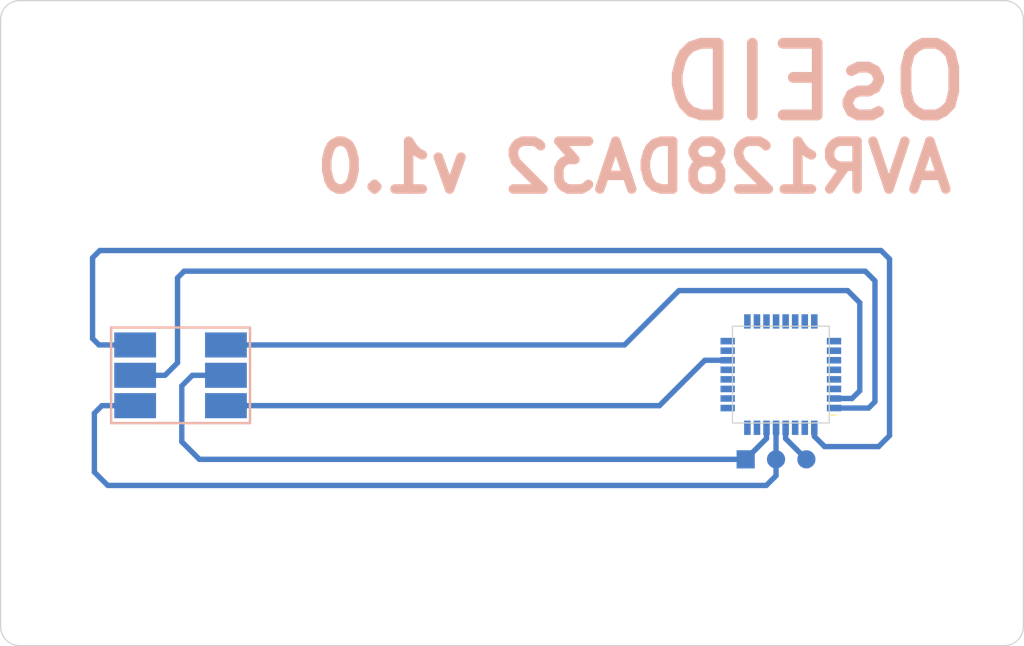
<source format=kicad_pcb>
(kicad_pcb (version 20171130) (host pcbnew 5.0.2+dfsg1-1)

  (general
    (thickness 0.8)
    (drawings 22)
    (tracks 48)
    (zones 0)
    (modules 3)
    (nets 32)
  )

  (page A4)
  (title_block
    (title "OsEID (AVR128DA32)")
    (date 2020-08-15)
    (rev 1.0)
    (company <popovec.peter@gmail.com>)
    (comment 3 "Retrangular hole for microcontroller: min 8x8 / max 8.1x8.1 [mm]")
    (comment 4 "Edge cuts:  min 85.47x53.92 / max 85.72x54.03 [mm]")
  )

  (layers
    (0 F.Cu signal)
    (31 B.Cu signal)
    (32 B.Adhes user)
    (33 F.Adhes user)
    (34 B.Paste user)
    (35 F.Paste user)
    (36 B.SilkS user)
    (37 F.SilkS user)
    (38 B.Mask user)
    (39 F.Mask user)
    (40 Dwgs.User user)
    (41 Cmts.User user)
    (42 Eco1.User user)
    (43 Eco2.User user)
    (44 Edge.Cuts user)
    (45 Margin user)
    (46 B.CrtYd user)
    (47 F.CrtYd user)
  )

  (setup
    (last_trace_width 0.45)
    (trace_clearance 0.2)
    (zone_clearance 0.508)
    (zone_45_only no)
    (trace_min 0.2)
    (segment_width 0.2)
    (edge_width 0.1)
    (via_size 0.889)
    (via_drill 0.635)
    (via_min_size 0.889)
    (via_min_drill 0.508)
    (uvia_size 0.508)
    (uvia_drill 0.127)
    (uvias_allowed no)
    (uvia_min_size 0.508)
    (uvia_min_drill 0.127)
    (pcb_text_width 0.3)
    (pcb_text_size 1.5 1.5)
    (mod_edge_width 0.15)
    (mod_text_size 1 1)
    (mod_text_width 0.15)
    (pad_size 1.524 1.524)
    (pad_drill 0)
    (pad_to_mask_clearance 0)
    (solder_mask_min_width 0.25)
    (aux_axis_origin 0 0)
    (visible_elements FFFFFFBF)
    (pcbplotparams
      (layerselection 0x00030_ffffffff)
      (usegerberextensions false)
      (usegerberattributes false)
      (usegerberadvancedattributes false)
      (creategerberjobfile false)
      (excludeedgelayer false)
      (linewidth 0.150000)
      (plotframeref false)
      (viasonmask false)
      (mode 1)
      (useauxorigin false)
      (hpglpennumber 1)
      (hpglpenspeed 20)
      (hpglpendiameter 15.000000)
      (psnegative false)
      (psa4output false)
      (plotreference true)
      (plotvalue true)
      (plotinvisibletext false)
      (padsonsilk false)
      (subtractmaskfromsilk false)
      (outputformat 5)
      (mirror true)
      (drillshape 0)
      (scaleselection 1)
      (outputdirectory ""))
  )

  (net 0 "")
  (net 1 CLK)
  (net 2 Gnd)
  (net 3 IO)
  (net 4 Reset)
  (net 5 Ucc)
  (net 6 Vpp)
  (net 7 "Net-(U1-Pad3)")
  (net 8 "Net-(U1-Pad9)")
  (net 9 "Net-(U1-Pad11)")
  (net 10 "Net-(U1-Pad12)")
  (net 11 "Net-(U1-Pad13)")
  (net 12 "Net-(U1-Pad14)")
  (net 13 "Net-(U1-Pad15)")
  (net 14 "Net-(U1-Pad16)")
  (net 15 "Net-(U1-Pad17)")
  (net 16 "Net-(U1-Pad18)")
  (net 17 "Net-(U1-Pad20)")
  (net 18 "Net-(U1-Pad21)")
  (net 19 "Net-(U1-Pad22)")
  (net 20 "Net-(U1-Pad24)")
  (net 21 "Net-(U1-Pad25)")
  (net 22 "Net-(U1-Pad26)")
  (net 23 "Net-(U1-Pad30)")
  (net 24 "Net-(U1-Pad31)")
  (net 25 "Net-(U1-Pad10)")
  (net 26 "Net-(U1-Pad8)")
  (net 27 "Net-(U1-Pad7)")
  (net 28 "Net-(U1-Pad6)")
  (net 29 "Net-(U1-Pad5)")
  (net 30 "Net-(U1-Pad4)")
  (net 31 "Net-(J1-Pad3)")

  (net_class Default "This is the default net class."
    (clearance 0.2)
    (trace_width 0.45)
    (via_dia 0.889)
    (via_drill 0.635)
    (uvia_dia 0.508)
    (uvia_drill 0.127)
    (add_net CLK)
    (add_net Gnd)
    (add_net IO)
    (add_net "Net-(J1-Pad3)")
    (add_net "Net-(U1-Pad10)")
    (add_net "Net-(U1-Pad11)")
    (add_net "Net-(U1-Pad12)")
    (add_net "Net-(U1-Pad13)")
    (add_net "Net-(U1-Pad14)")
    (add_net "Net-(U1-Pad15)")
    (add_net "Net-(U1-Pad16)")
    (add_net "Net-(U1-Pad17)")
    (add_net "Net-(U1-Pad18)")
    (add_net "Net-(U1-Pad20)")
    (add_net "Net-(U1-Pad21)")
    (add_net "Net-(U1-Pad22)")
    (add_net "Net-(U1-Pad24)")
    (add_net "Net-(U1-Pad25)")
    (add_net "Net-(U1-Pad26)")
    (add_net "Net-(U1-Pad3)")
    (add_net "Net-(U1-Pad30)")
    (add_net "Net-(U1-Pad31)")
    (add_net "Net-(U1-Pad4)")
    (add_net "Net-(U1-Pad5)")
    (add_net "Net-(U1-Pad6)")
    (add_net "Net-(U1-Pad7)")
    (add_net "Net-(U1-Pad8)")
    (add_net "Net-(U1-Pad9)")
    (add_net Reset)
    (add_net Ucc)
    (add_net Vpp)
  )

  (net_class pin_zone ""
    (clearance 0.2)
    (trace_width 1.5)
    (via_dia 0.889)
    (via_drill 0.635)
    (uvia_dia 0.508)
    (uvia_drill 0.127)
  )

  (module OsEID_footprints:TQFP-32_7x7mm_P0.8mm (layer F.Cu) (tedit 5F45EF90) (tstamp 5F343B00)
    (at 165.3 81.3 180)
    (descr "32-Lead Plastic Thin Quad Flatpack (PT) - 7x7x1.0 mm Body, 2.00 mm [TQFP] (see Microchip Packaging Specification 00000049BS.pdf)")
    (tags "QFP 0.8")
    (path /5F349ACB)
    (attr smd)
    (fp_text reference U1 (at -4.118 -6.0252 180) (layer F.SilkS) hide
      (effects (font (size 1 1) (thickness 0.15)))
    )
    (fp_text value AVR128DA32-EPT (at 0 6.05 180) (layer F.Fab)
      (effects (font (size 1 1) (thickness 0.15)))
    )
    (fp_line (start -4.6 -3.4) (end -4.05 -3.4) (layer F.SilkS) (width 0.15))
    (fp_line (start -5.3 5.3) (end 5.3 5.3) (layer F.CrtYd) (width 0.05))
    (fp_line (start -5.3 -5.3) (end 5.3 -5.3) (layer F.CrtYd) (width 0.05))
    (fp_line (start 5.3 -5.3) (end 5.3 5.3) (layer F.CrtYd) (width 0.05))
    (fp_line (start -5.3 -5.3) (end -5.3 5.3) (layer F.CrtYd) (width 0.05))
    (fp_line (start -3.5 -2.5) (end -2.5 -3.5) (layer F.Fab) (width 0.15))
    (fp_line (start -3.5 3.5) (end -3.5 -2.5) (layer F.Fab) (width 0.15))
    (fp_line (start 3.5 3.5) (end -3.5 3.5) (layer F.Fab) (width 0.15))
    (fp_line (start 3.5 -3.5) (end 3.5 3.5) (layer F.Fab) (width 0.15))
    (fp_line (start -2.5 -3.5) (end 3.5 -3.5) (layer F.Fab) (width 0.15))
    (fp_text user %R (at 0 0 180) (layer F.Fab)
      (effects (font (size 1 1) (thickness 0.15)))
    )
    (pad 32 smd rect (at -2.8 -4.45 270) (size 1.2 0.55) (layers B.Cu B.Paste B.Mask)
      (net 1 CLK))
    (pad 31 smd rect (at -2 -4.45 270) (size 1.2 0.55) (layers B.Cu B.Paste B.Mask)
      (net 24 "Net-(U1-Pad31)"))
    (pad 30 smd rect (at -1.2 -4.45 270) (size 1.2 0.55) (layers B.Cu B.Paste B.Mask)
      (net 23 "Net-(U1-Pad30)"))
    (pad 29 smd rect (at -0.4 -4.45 270) (size 1.2 0.55) (layers B.Cu B.Paste B.Mask)
      (net 31 "Net-(J1-Pad3)"))
    (pad 28 smd rect (at 0.4 -4.45 270) (size 1.2 0.55) (layers B.Cu B.Paste B.Mask)
      (net 5 Ucc))
    (pad 27 smd rect (at 1.2 -4.45 270) (size 1.2 0.55) (layers B.Cu B.Paste B.Mask)
      (net 6 Vpp))
    (pad 26 smd rect (at 2 -4.45 270) (size 1.2 0.55) (layers B.Cu B.Paste B.Mask)
      (net 22 "Net-(U1-Pad26)"))
    (pad 25 smd rect (at 2.8 -4.45 270) (size 1.2 0.55) (layers B.Cu B.Paste B.Mask)
      (net 21 "Net-(U1-Pad25)"))
    (pad 24 smd rect (at 4.45 -2.8 180) (size 1.2 0.55) (layers B.Cu B.Paste B.Mask)
      (net 20 "Net-(U1-Pad24)"))
    (pad 23 smd rect (at 4.45 -2 180) (size 1.2 0.55) (layers B.Cu B.Paste B.Mask))
    (pad 22 smd rect (at 4.45 -1.2 180) (size 1.2 0.55) (layers B.Cu B.Paste B.Mask)
      (net 19 "Net-(U1-Pad22)"))
    (pad 21 smd rect (at 4.45 -0.4 180) (size 1.2 0.55) (layers B.Cu B.Paste B.Mask)
      (net 18 "Net-(U1-Pad21)"))
    (pad 20 smd rect (at 4.45 0.4 180) (size 1.2 0.55) (layers B.Cu B.Paste B.Mask)
      (net 17 "Net-(U1-Pad20)"))
    (pad 19 smd rect (at 4.45 1.2 180) (size 1.2 0.55) (layers B.Cu B.Paste B.Mask)
      (net 2 Gnd))
    (pad 18 smd rect (at 4.45 2 180) (size 1.2 0.55) (layers B.Cu B.Paste B.Mask)
      (net 16 "Net-(U1-Pad18)"))
    (pad 17 smd rect (at 4.45 2.8 180) (size 1.2 0.55) (layers B.Cu B.Paste B.Mask)
      (net 15 "Net-(U1-Pad17)"))
    (pad 16 smd rect (at 2.8 4.45 270) (size 1.2 0.55) (layers B.Cu B.Paste B.Mask)
      (net 14 "Net-(U1-Pad16)"))
    (pad 15 smd rect (at 2 4.45 270) (size 1.2 0.55) (layers B.Cu B.Paste B.Mask)
      (net 13 "Net-(U1-Pad15)"))
    (pad 14 smd rect (at 1.2 4.45 270) (size 1.2 0.55) (layers B.Cu B.Paste B.Mask)
      (net 12 "Net-(U1-Pad14)"))
    (pad 13 smd rect (at 0.4 4.45 270) (size 1.2 0.55) (layers B.Cu B.Paste B.Mask)
      (net 11 "Net-(U1-Pad13)"))
    (pad 12 smd rect (at -0.4 4.45 270) (size 1.2 0.55) (layers B.Cu B.Paste B.Mask)
      (net 10 "Net-(U1-Pad12)"))
    (pad 11 smd rect (at -1.2 4.45 270) (size 1.2 0.55) (layers B.Cu B.Paste B.Mask)
      (net 9 "Net-(U1-Pad11)"))
    (pad 10 smd rect (at -2 4.45 270) (size 1.2 0.55) (layers B.Cu B.Paste B.Mask)
      (net 25 "Net-(U1-Pad10)"))
    (pad 9 smd rect (at -2.8 4.45 270) (size 1.2 0.55) (layers B.Cu B.Paste B.Mask)
      (net 8 "Net-(U1-Pad9)"))
    (pad 8 smd rect (at -4.45 2.8 180) (size 1.2 0.55) (layers B.Cu B.Paste B.Mask)
      (net 26 "Net-(U1-Pad8)"))
    (pad 7 smd rect (at -4.45 2 180) (size 1.2 0.55) (layers B.Cu B.Paste B.Mask)
      (net 27 "Net-(U1-Pad7)"))
    (pad 6 smd rect (at -4.45 1.2 180) (size 1.2 0.55) (layers B.Cu B.Paste B.Mask)
      (net 28 "Net-(U1-Pad6)"))
    (pad 5 smd rect (at -4.45 0.4 180) (size 1.2 0.55) (layers B.Cu B.Paste B.Mask)
      (net 29 "Net-(U1-Pad5)"))
    (pad 4 smd rect (at -4.45 -0.4 180) (size 1.2 0.55) (layers B.Cu B.Paste B.Mask)
      (net 30 "Net-(U1-Pad4)"))
    (pad 3 smd rect (at -4.45 -1.2 180) (size 1.2 0.55) (layers B.Cu B.Paste B.Mask)
      (net 7 "Net-(U1-Pad3)"))
    (pad 2 smd rect (at -4.45 -2 180) (size 1.2 0.55) (layers B.Cu B.Paste B.Mask)
      (net 3 IO))
    (pad 1 smd rect (at -4.45 -2.8 180) (size 1.2 0.55) (layers B.Cu B.Paste B.Mask)
      (net 4 Reset))
    (model ${KISYS3DMOD}/Package_QFP.3dshapes/TQFP-32_7x7mm_P0.8mm.wrl
      (offset (xyz 0.03 -0.03 -1.2))
      (scale (xyz 1 1 1))
      (rotate (xyz 0 0 0))
    )
  )

  (module OsEID_footprints:PIN_ARRAY_3X1 (layer F.Cu) (tedit 5F3CE6B2) (tstamp 5F3CE567)
    (at 164.8968 88.392)
    (descr "Connector 3 pins")
    (tags "CONN DEV")
    (path /5F3ED353)
    (attr virtual)
    (fp_text reference J1 (at 4.4196 1.6256) (layer F.SilkS) hide
      (effects (font (size 1.016 1.016) (thickness 0.1524)))
    )
    (fp_text value Conn_01x03-Connector_Generic (at 1.7272 3.4036) (layer F.SilkS) hide
      (effects (font (size 1.016 1.016) (thickness 0.1524)))
    )
    (pad 1 connect rect (at -2.54 0) (size 1.524 1.524) (layers B.Cu B.Mask)
      (net 6 Vpp))
    (pad 2 connect circle (at 0 0) (size 1.524 1.524) (layers B.Cu B.Mask)
      (net 5 Ucc))
    (pad 3 connect circle (at 2.54 0) (size 1.524 1.524) (layers B.Cu B.Mask)
      (net 31 "Net-(J1-Pad3)"))
    (model pin_array/pins_array_3x1.wrl
      (at (xyz 0 0 0))
      (scale (xyz 1 1 1))
      (rotate (xyz 0 0 0))
    )
  )

  (module OsEID_footprints:ISO7816-3_pads_6 (layer B.Cu) (tedit 5F378481) (tstamp 55A38FA3)
    (at 115.06 81.36 90)
    (descr "ISO7816 pads")
    (tags CONN)
    (path /5F343A5E)
    (fp_text reference P1 (at 0 -3.81 90) (layer F.SilkS) hide
      (effects (font (size 1.016 1.016) (thickness 0.2032)))
    )
    (fp_text value ISO7816-3_pads_6 (at -0.4788 -9.0404 90) (layer F.SilkS) hide
      (effects (font (size 1.016 1.016) (thickness 0.2032)))
    )
    (fp_line (start -4 5.81) (end -4 -5.81) (layer B.SilkS) (width 0.2032))
    (fp_line (start 4 -5.81) (end 4 5.81) (layer B.SilkS) (width 0.2032))
    (fp_line (start 4 -5.81) (end -4 -5.81) (layer B.SilkS) (width 0.2032))
    (fp_line (start -4 5.81) (end 4 5.81) (layer B.SilkS) (width 0.2032))
    (pad 6 smd rect (at 2.54 -3.8 90) (size 2.1 3.5) (layers B.Cu B.Mask)
      (net 1 CLK))
    (pad 5 smd rect (at 2.54 3.8 90) (size 2.1 3.5) (layers B.Cu B.Mask)
      (net 3 IO))
    (pad 4 smd rect (at 0 -3.8 90) (size 2.1 3.5) (layers B.Cu B.Mask)
      (net 4 Reset))
    (pad 3 smd rect (at 0 3.8 90) (size 2.1 3.5) (layers B.Cu B.Mask)
      (net 6 Vpp))
    (pad 2 smd rect (at -2.54 -3.8 90) (size 2.1 3.5) (layers B.Cu B.Mask)
      (net 5 Ucc))
    (pad 1 smd rect (at -2.54 3.8 90) (size 2.1 3.5) (layers B.Cu B.Mask)
      (net 2 Gnd))
  )

  (gr_text "AVR128DA32 v1.0" (at 153.0096 63.9572) (layer B.SilkS) (tstamp 5F379BAD)
    (effects (font (size 4 4) (thickness 0.8)) (justify mirror))
  )
  (gr_text OsEID (at 168.1988 56.8452) (layer B.SilkS) (tstamp 5F379BA5)
    (effects (font (size 6 6) (thickness 0.9)) (justify mirror))
  )
  (gr_line (start 161.25 85.35) (end 161.25 77.25) (layer Edge.Cuts) (width 0.1))
  (gr_line (start 169.35 85.35) (end 161.25 85.35) (layer Edge.Cuts) (width 0.1))
  (gr_line (start 169.35 77.25) (end 169.35 85.35) (layer Edge.Cuts) (width 0.1))
  (gr_line (start 161.25 77.25) (end 169.35 77.25) (layer Edge.Cuts) (width 0.1))
  (gr_circle (center 118.87 83.9) (end 119.37 83.9) (layer Cmts.User) (width 0.2))
  (gr_circle (center 118.87 81.36) (end 119.37 81.36) (layer Cmts.User) (width 0.2))
  (gr_circle (center 118.87 78.82) (end 119.37 78.82) (layer Cmts.User) (width 0.2))
  (gr_circle (center 111.25 78.82) (end 111.75 78.82) (layer Cmts.User) (width 0.2))
  (gr_circle (center 111.25 81.36) (end 111.75 81.36) (layer Cmts.User) (width 0.2))
  (gr_text "AVR128DA32 v1.0" (at 153.0096 63.9572) (layer B.Cu) (tstamp 5F2FE479)
    (effects (font (size 4 4) (thickness 0.7)) (justify mirror))
  )
  (gr_circle (center 111.25 83.9) (end 111.75 83.9) (layer Cmts.User) (width 0.2))
  (gr_text OsEID (at 168.1988 56.7944) (layer B.Cu)
    (effects (font (size 6 6) (thickness 0.8)) (justify mirror))
  )
  (gr_arc (start 184.01 102.39) (end 185.6 102.39) (angle 90) (layer Edge.Cuts) (width 0.1))
  (gr_arc (start 184.01 51.59) (end 184.01 50) (angle 90) (layer Edge.Cuts) (width 0.1))
  (gr_arc (start 101.59 102.39) (end 101.59 103.98) (angle 90) (layer Edge.Cuts) (width 0.1))
  (gr_arc (start 101.59 51.59) (end 100 51.59) (angle 90) (layer Edge.Cuts) (width 0.1))
  (gr_line (start 101.59 103.98) (end 184.01 103.98) (angle 90) (layer Edge.Cuts) (width 0.1))
  (gr_line (start 100 51.59) (end 100 102.39) (angle 90) (layer Edge.Cuts) (width 0.1))
  (gr_line (start 185.6 51.59) (end 185.6 102.39) (angle 90) (layer Edge.Cuts) (width 0.1))
  (gr_line (start 101.59 50) (end 184.01 50) (angle 90) (layer Edge.Cuts) (width 0.1))

  (segment (start 108.2332 78.82) (end 111.26 78.82) (width 0.45) (layer B.Cu) (net 1) (status 20))
  (segment (start 107.696 71.5264) (end 107.696 78.2828) (width 0.45) (layer B.Cu) (net 1))
  (segment (start 173.6852 70.9168) (end 108.3056 70.9168) (width 0.45) (layer B.Cu) (net 1))
  (segment (start 108.3056 70.9168) (end 107.696 71.5264) (width 0.45) (layer B.Cu) (net 1))
  (segment (start 168.1 86.4644) (end 168.9608 87.3252) (width 0.45) (layer B.Cu) (net 1))
  (segment (start 168.9608 87.3252) (end 173.482 87.3252) (width 0.45) (layer B.Cu) (net 1))
  (segment (start 174.3964 71.628) (end 173.6852 70.9168) (width 0.45) (layer B.Cu) (net 1))
  (segment (start 107.696 78.2828) (end 108.2332 78.82) (width 0.45) (layer B.Cu) (net 1))
  (segment (start 168.1 85.82501) (end 168.1 86.4644) (width 0.45) (layer B.Cu) (net 1) (status 10))
  (segment (start 173.482 87.3252) (end 174.3964 86.4108) (width 0.45) (layer B.Cu) (net 1))
  (segment (start 174.3964 86.4108) (end 174.3964 71.628) (width 0.45) (layer B.Cu) (net 1))
  (segment (start 158.9416 80.1) (end 160.85 80.1) (width 0.45) (layer B.Cu) (net 2) (status 20))
  (segment (start 118.86 83.9) (end 155.1416 83.9) (width 0.45) (layer B.Cu) (net 2) (status 10))
  (segment (start 155.1416 83.9) (end 158.9416 80.1) (width 0.45) (layer B.Cu) (net 2))
  (segment (start 118.86 78.82) (end 152.2184 78.82) (width 0.45) (layer B.Cu) (net 3) (status 10))
  (segment (start 169.75 83.3) (end 171.2588 83.3) (width 0.45) (layer B.Cu) (net 3) (status 10))
  (segment (start 156.7688 74.2696) (end 152.2184 78.82) (width 0.45) (layer B.Cu) (net 3))
  (segment (start 170.8912 74.2696) (end 156.7688 74.2696) (width 0.45) (layer B.Cu) (net 3))
  (segment (start 171.2588 83.3) (end 171.9072 82.6516) (width 0.45) (layer B.Cu) (net 3))
  (segment (start 171.9072 82.6516) (end 171.9072 75.2856) (width 0.45) (layer B.Cu) (net 3))
  (segment (start 171.9072 75.2856) (end 170.8912 74.2696) (width 0.45) (layer B.Cu) (net 3))
  (segment (start 113.7628 81.36) (end 111.26 81.36) (width 0.45) (layer B.Cu) (net 4))
  (segment (start 114.808 80.3148) (end 113.7628 81.36) (width 0.45) (layer B.Cu) (net 4))
  (segment (start 114.808 73.2028) (end 114.808 80.3148) (width 0.45) (layer B.Cu) (net 4))
  (segment (start 172.6432 84.1) (end 173.1772 83.566) (width 0.45) (layer B.Cu) (net 4))
  (segment (start 173.1772 83.566) (end 173.1772 73.4568) (width 0.45) (layer B.Cu) (net 4))
  (segment (start 115.3668 72.644) (end 114.808 73.2028) (width 0.45) (layer B.Cu) (net 4))
  (segment (start 169.75 84.1) (end 172.6432 84.1) (width 0.45) (layer B.Cu) (net 4))
  (segment (start 173.1772 73.4568) (end 172.3644 72.644) (width 0.45) (layer B.Cu) (net 4))
  (segment (start 172.3644 72.644) (end 115.3668 72.644) (width 0.45) (layer B.Cu) (net 4))
  (segment (start 108.4796 83.9) (end 107.8484 84.5312) (width 0.45) (layer B.Cu) (net 5))
  (segment (start 111.26 83.9) (end 108.4796 83.9) (width 0.45) (layer B.Cu) (net 5) (status 10))
  (segment (start 164.8968 85.7532) (end 164.9 85.75) (width 0.45) (layer B.Cu) (net 5) (status 30))
  (segment (start 164.8968 88.392) (end 164.8968 85.7532) (width 0.45) (layer B.Cu) (net 5) (status 30))
  (segment (start 164.8968 88.392) (end 164.8968 89.7636) (width 0.45) (layer B.Cu) (net 5) (status 10))
  (segment (start 164.8968 89.7636) (end 164.084 90.5764) (width 0.45) (layer B.Cu) (net 5))
  (segment (start 164.084 90.5764) (end 108.966 90.5764) (width 0.45) (layer B.Cu) (net 5))
  (segment (start 107.8484 89.4588) (end 107.8484 84.5312) (width 0.45) (layer B.Cu) (net 5))
  (segment (start 108.966 90.5764) (end 107.8484 89.4588) (width 0.45) (layer B.Cu) (net 5))
  (segment (start 116.0488 81.36) (end 118.86 81.36) (width 0.45) (layer B.Cu) (net 6) (status 20))
  (segment (start 115.1636 82.2452) (end 116.0488 81.36) (width 0.45) (layer B.Cu) (net 6))
  (segment (start 164.1 86.6488) (end 164.1 85.75) (width 0.45) (layer B.Cu) (net 6) (status 20))
  (segment (start 162.3568 88.392) (end 164.1 86.6488) (width 0.45) (layer B.Cu) (net 6) (status 10))
  (segment (start 162.3568 88.392) (end 116.6368 88.392) (width 0.45) (layer B.Cu) (net 6) (status 10))
  (segment (start 115.1636 86.9188) (end 116.6368 88.392) (width 0.45) (layer B.Cu) (net 6))
  (segment (start 115.1636 82.2452) (end 115.1636 86.9188) (width 0.45) (layer B.Cu) (net 6))
  (segment (start 165.7 86.6552) (end 165.7 85.75) (width 0.45) (layer B.Cu) (net 31) (status 20))
  (segment (start 167.4368 88.392) (end 165.7 86.6552) (width 0.45) (layer B.Cu) (net 31) (status 10))

)

</source>
